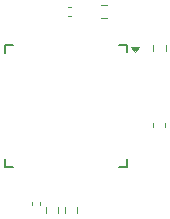
<source format=gbr>
%TF.GenerationSoftware,KiCad,Pcbnew,8.0.7*%
%TF.CreationDate,2025-01-18T12:10:45-08:00*%
%TF.ProjectId,plex-loader,706c6578-2d6c-46f6-9164-65722e6b6963,rev?*%
%TF.SameCoordinates,Original*%
%TF.FileFunction,Legend,Bot*%
%TF.FilePolarity,Positive*%
%FSLAX46Y46*%
G04 Gerber Fmt 4.6, Leading zero omitted, Abs format (unit mm)*
G04 Created by KiCad (PCBNEW 8.0.7) date 2025-01-18 12:10:45*
%MOMM*%
%LPD*%
G01*
G04 APERTURE LIST*
%ADD10C,0.120000*%
%ADD11C,0.150000*%
G04 APERTURE END LIST*
D10*
%TO.C,C5*%
X66007836Y-97640000D02*
X65792164Y-97640000D01*
X66007836Y-98360000D02*
X65792164Y-98360000D01*
%TO.C,C6*%
X72990000Y-107740580D02*
X72990000Y-107459420D01*
X74010000Y-107740580D02*
X74010000Y-107459420D01*
%TO.C,R5*%
X68562742Y-97477500D02*
X69037258Y-97477500D01*
X68562742Y-98522500D02*
X69037258Y-98522500D01*
%TO.C,R2*%
X63877500Y-114587742D02*
X63877500Y-115062258D01*
X64922500Y-114587742D02*
X64922500Y-115062258D01*
%TO.C,R6*%
X72977500Y-100862742D02*
X72977500Y-101337258D01*
X74022500Y-100862742D02*
X74022500Y-101337258D01*
%TO.C,C4*%
X62675000Y-114362836D02*
X62675000Y-114147164D01*
X63395000Y-114362836D02*
X63395000Y-114147164D01*
%TO.C,R1*%
X65512500Y-115062258D02*
X65512500Y-114587742D01*
X66557500Y-115062258D02*
X66557500Y-114587742D01*
%TO.C,U4*%
X71460000Y-101460000D02*
X71120000Y-100990000D01*
X71800000Y-100990000D01*
X71460000Y-101460000D01*
G36*
X71460000Y-101460000D02*
G01*
X71120000Y-100990000D01*
X71800000Y-100990000D01*
X71460000Y-101460000D01*
G37*
D11*
X70775000Y-110500000D02*
X70775000Y-111175000D01*
X70775000Y-101440000D02*
X70775000Y-100825000D01*
X70100000Y-111175000D02*
X70775000Y-111175000D01*
X70100000Y-100825000D02*
X70775000Y-100825000D01*
X61100000Y-111175000D02*
X60425000Y-111175000D01*
X61100000Y-100825000D02*
X60425000Y-100825000D01*
X60425000Y-110500000D02*
X60425000Y-111175000D01*
X60425000Y-101500000D02*
X60425000Y-100825000D01*
%TD*%
M02*

</source>
